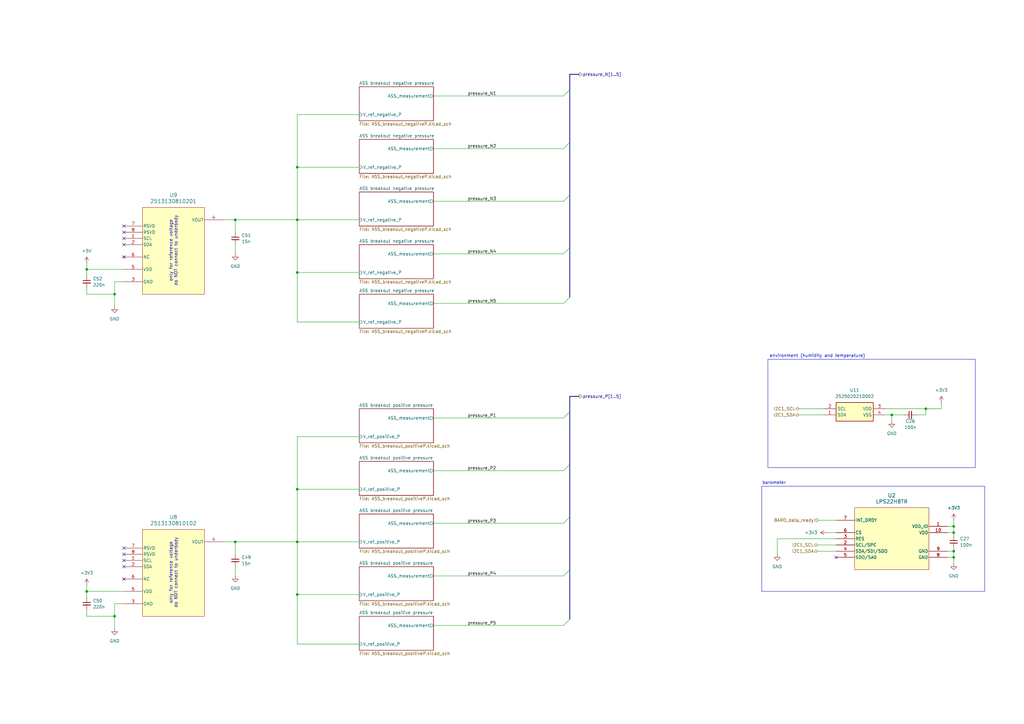
<source format=kicad_sch>
(kicad_sch (version 20231120) (generator "eeschema") (generator_version "8.0")
  (paper "A3")
  (lib_symbols
    (symbol "2513130810201:2513130810201" (pin_names (offset 0.254))
      (property "Reference" "U" (at 20.32 12.7 0))
      (property "Value" "2513130810201" (at 20.32 10.16 0))
      (symbol "2513130810201_0_1"
        (pin unspecified line (at 0 -5.08 0) (length 7.62) (name "SCL") (number "1"))
        (pin unspecified line (at 0 -7.62 0) (length 7.62) (name "SDA") (number "2"))
        (pin power_out line (at 0 -22.86 0) (length 7.62) (name "GND") (number "3"))
        (pin output line (at 40.64 2.54 180) (length 7.62) (name "VOUT") (number "4"))
        (pin power_in line (at 0 -17.78 0) (length 7.62) (name "VDD") (number "5"))
        (pin no_connect line (at 0 -12.7 0) (length 7.62) (name "NC") (number "6"))
        (pin unspecified line (at 0 0 0) (length 7.62) (name "RSVD") (number "7"))
        (pin unspecified line (at 0 -2.54 0) (length 7.62) (name "RSVD") (number "8"))
      )
      (symbol "2513130810201_1_1"
        (rectangle (start 7.62 7.62) (end 33.02 -27.94) (fill (type background)))
      )
    )
    (symbol "2525020210002:2525020210002"
      (property "Reference" "U" (at 21.59 7.62 0))
      (property "Value" "2525020210002" (at 21.59 5.08 0))
      (symbol "2525020210002_1_1"
        (rectangle (start 5.08 2.54) (end 20.32 -5.08) (stroke (width 0.254)) (fill (type background)))
        (pin passive line (at 0 0 0) (length 5.08) (name "SDA") (number "1"))
        (pin passive line (at 0 -2.54 0) (length 5.08) (name "SCL") (number "2"))
        (pin passive line (at 25.4 -2.54 180) (length 5.08) (name "VDD") (number "3"))
        (pin passive line (at 25.4 0 180) (length 5.08) (name "VSS") (number "4"))
      )
    )
    (symbol "Device:C_Small" (pin_numbers hide) (pin_names (offset 0.254) hide)
      (property "Reference" "C" (at 0.254 1.778 0))
      (property "Value" "C_Small" (at 0.254 -2.032 0))
      (symbol "C_Small_0_1"
        (polyline (pts (xy -1.524 -0.508) (xy 1.524 -0.508)) (stroke (width 0.3302)))
        (polyline (pts (xy -1.524 0.508) (xy 1.524 0.508)) (stroke (width 0.3048)))
      )
      (symbol "C_Small_1_1"
        (pin passive line (at 0 2.54 270) (length 2.032) (name "~") (number "1"))
        (pin passive line (at 0 -2.54 90) (length 2.032) (name "~") (number "2"))
      )
    )
    (symbol "LPS22HBTR:LPS22HBTR" (pin_names (offset 0.254))
      (property "Reference" "U" (at 22.86 10.16 0))
      (property "Value" "LPS22HBTR" (at 22.86 7.62 0))
      (symbol "LPS22HBTR_0_1"
        (pin power_in line (at 45.72 -2.54 180) (length 7.62) (name "VDD_IO") (number "1"))
        (pin power_in line (at 45.72 -5.08 180) (length 7.62) (name "VDD") (number "10"))
        (pin bidirectional line (at 0 -10.16 0) (length 7.62) (name "SCL/SPC") (number "2"))
        (pin unspecified line (at 0 -7.62 0) (length 7.62) (name "RES") (number "3"))
        (pin bidirectional line (at 0 -12.7 0) (length 7.62) (name "SDA/SDI/SDO") (number "4"))
        (pin bidirectional line (at 0 -15.24 0) (length 7.62) (name "SDO/SA0") (number "5"))
        (pin bidirectional line (at 0 -5.08 0) (length 7.62) (name "CS") (number "6"))
        (pin bidirectional line (at 0 0 0) (length 7.62) (name "INT_DRDY") (number "7"))
        (pin power_in line (at 45.72 -15.24 180) (length 7.62) (name "GND") (number "8"))
        (pin power_in line (at 45.72 -12.7 180) (length 7.62) (name "GND") (number "9"))
      )
      (symbol "LPS22HBTR_1_1"
        (rectangle (start 7.62 5.08) (end 38.1 -20.32) (fill (type background)))
      )
    )
    (symbol "power:+3V3" (power) (pin_numbers hide) (pin_names (offset 0) hide)
      (property "Value" "+3V3" (at 0 3.556 0))
      (symbol "+3V3_0_1"
        (polyline (pts (xy -0.762 1.27) (xy 0 2.54)))
        (polyline (pts (xy 0 0) (xy 0 2.54)))
        (polyline (pts (xy 0 2.54) (xy 0.762 1.27)))
      )
      (symbol "+3V3_1_1"
        (pin power_in line (at 0 0 90) (length 0) (name "~") (number "1"))
      )
    )
    (symbol "power:+5V" (power) (pin_numbers hide) (pin_names (offset 0) hide)
      (property "Value" "+5V" (at 0 3.556 0))
      (symbol "+5V_0_1"
        (polyline (pts (xy -0.762 1.27) (xy 0 2.54)))
        (polyline (pts (xy 0 0) (xy 0 2.54)))
        (polyline (pts (xy 0 2.54) (xy 0.762 1.27)))
      )
      (symbol "+5V_1_1"
        (pin power_in line (at 0 0 90) (length 0) (name "~") (number "1"))
      )
    )
    (symbol "power:GND" (power) (pin_numbers hide) (pin_names (offset 0) hide)
      (property "Value" "GND" (at 0 -3.81 0))
      (symbol "GND_0_1"
        (polyline (pts (xy 0 0) (xy 0 -1.27) (xy 1.27 -1.27) (xy 0 -2.54) (xy -1.27 -1.27) (xy 0 -1.27)))
      )
      (symbol "GND_1_1"
        (pin power_in line (at 0 0 270) (length 0) (name "~") (number "1"))
      )
    )
  )
  (junction (at 121.92 222.25))
  (junction (at 96.52 222.25))
  (junction (at 46.99 120.65))
  (junction (at 391.16 218.44))
  (junction (at 96.52 90.17))
  (junction (at 391.16 215.9))
  (junction (at 121.92 68.58))
  (junction (at 121.92 90.17))
  (junction (at 391.16 226.06))
  (junction (at 35.56 110.49))
  (junction (at 121.92 200.66))
  (junction (at 379.73 167.64))
  (junction (at 121.92 111.76))
  (junction (at 121.92 243.84))
  (junction (at 46.99 252.73))
  (junction (at 391.16 228.6))
  (junction (at 35.56 242.57))
  (junction (at 365.76 170.18))
  (no_connect (at 50.8 100.33))
  (no_connect (at 342.9 228.6))
  (no_connect (at 50.8 97.79))
  (no_connect (at 50.8 229.87))
  (no_connect (at 50.8 232.41))
  (no_connect (at 50.8 92.71))
  (no_connect (at 50.8 95.25))
  (no_connect (at 50.8 105.41))
  (no_connect (at 50.8 224.79))
  (no_connect (at 50.8 237.49))
  (no_connect (at 50.8 227.33))
  (bus_entry (at 231.14 82.55) (size 2.54 -2.54))
  (bus_entry (at 231.14 124.46) (size 2.54 -2.54))
  (bus_entry (at 231.14 39.37) (size 2.54 -2.54))
  (bus_entry (at 231.14 214.63) (size 2.54 -2.54))
  (bus_entry (at 231.14 60.96) (size 2.54 -2.54))
  (bus_entry (at 231.14 256.54) (size 2.54 -2.54))
  (bus_entry (at 231.14 171.45) (size 2.54 -2.54))
  (bus_entry (at 231.14 104.14) (size 2.54 -2.54))
  (bus_entry (at 231.14 236.22) (size 2.54 -2.54))
  (bus_entry (at 231.14 193.04) (size 2.54 -2.54))
  (wire (pts (xy 177.8 82.55) (xy 231.14 82.55)))
  (wire (pts (xy 365.76 170.18) (xy 365.76 172.72)))
  (wire (pts (xy 46.99 115.57) (xy 50.8 115.57)))
  (bus (pts (xy 233.68 36.83) (xy 233.68 30.48)))
  (wire (pts (xy 386.08 165.1) (xy 386.08 167.64)))
  (wire (pts (xy 96.52 222.25) (xy 96.52 227.33)))
  (wire (pts (xy 121.92 200.66) (xy 147.32 200.66)))
  (wire (pts (xy 391.16 231.14) (xy 391.16 228.6)))
  (bus (pts (xy 233.68 101.6) (xy 233.68 80.01)))
  (wire (pts (xy 96.52 232.41) (xy 96.52 236.22)))
  (wire (pts (xy 35.56 120.65) (xy 46.99 120.65)))
  (bus (pts (xy 233.68 190.5) (xy 233.68 168.91)))
  (wire (pts (xy 363.22 170.18) (xy 365.76 170.18)))
  (wire (pts (xy 335.28 223.52) (xy 342.9 223.52)))
  (bus (pts (xy 233.68 212.09) (xy 233.68 190.5)))
  (wire (pts (xy 391.16 218.44) (xy 391.16 219.71)))
  (wire (pts (xy 379.73 167.64) (xy 379.73 170.18)))
  (wire (pts (xy 177.8 256.54) (xy 231.14 256.54)))
  (wire (pts (xy 91.44 222.25) (xy 96.52 222.25)))
  (wire (pts (xy 177.8 193.04) (xy 231.14 193.04)))
  (wire (pts (xy 147.32 264.16) (xy 121.92 264.16)))
  (bus (pts (xy 233.68 80.01) (xy 233.68 58.42)))
  (bus (pts (xy 233.68 30.48) (xy 237.49 30.48)))
  (wire (pts (xy 335.28 213.36) (xy 342.9 213.36)))
  (wire (pts (xy 35.56 107.95) (xy 35.56 110.49)))
  (wire (pts (xy 121.92 222.25) (xy 147.32 222.25)))
  (wire (pts (xy 96.52 90.17) (xy 96.52 95.25)))
  (bus (pts (xy 233.68 58.42) (xy 233.68 36.83)))
  (wire (pts (xy 121.92 90.17) (xy 147.32 90.17)))
  (wire (pts (xy 388.62 228.6) (xy 391.16 228.6)))
  (wire (pts (xy 177.8 214.63) (xy 231.14 214.63)))
  (wire (pts (xy 391.16 224.79) (xy 391.16 226.06)))
  (wire (pts (xy 121.92 222.25) (xy 121.92 243.84)))
  (wire (pts (xy 35.56 118.11) (xy 35.56 120.65)))
  (wire (pts (xy 46.99 257.81) (xy 46.99 252.73)))
  (wire (pts (xy 375.92 170.18) (xy 379.73 170.18)))
  (wire (pts (xy 327.66 167.64) (xy 337.82 167.64)))
  (wire (pts (xy 177.8 104.14) (xy 231.14 104.14)))
  (wire (pts (xy 121.92 90.17) (xy 121.92 111.76)))
  (wire (pts (xy 35.56 110.49) (xy 50.8 110.49)))
  (bus (pts (xy 233.68 162.56) (xy 237.49 162.56)))
  (bus (pts (xy 233.68 121.92) (xy 233.68 101.6)))
  (wire (pts (xy 121.92 132.08) (xy 121.92 111.76)))
  (wire (pts (xy 46.99 125.73) (xy 46.99 120.65)))
  (wire (pts (xy 391.16 213.36) (xy 391.16 215.9)))
  (wire (pts (xy 177.8 60.96) (xy 231.14 60.96)))
  (wire (pts (xy 391.16 228.6) (xy 391.16 226.06)))
  (wire (pts (xy 96.52 222.25) (xy 121.92 222.25)))
  (wire (pts (xy 391.16 226.06) (xy 388.62 226.06)))
  (wire (pts (xy 335.28 226.06) (xy 342.9 226.06)))
  (wire (pts (xy 121.92 68.58) (xy 121.92 46.99)))
  (wire (pts (xy 121.92 179.07) (xy 147.32 179.07)))
  (bus (pts (xy 233.68 168.91) (xy 233.68 162.56)))
  (wire (pts (xy 121.92 200.66) (xy 121.92 179.07)))
  (bus (pts (xy 233.68 233.68) (xy 233.68 212.09)))
  (wire (pts (xy 121.92 68.58) (xy 147.32 68.58)))
  (wire (pts (xy 391.16 215.9) (xy 391.16 218.44)))
  (wire (pts (xy 177.8 124.46) (xy 231.14 124.46)))
  (wire (pts (xy 318.77 227.33) (xy 318.77 220.98)))
  (wire (pts (xy 327.66 170.18) (xy 337.82 170.18)))
  (wire (pts (xy 121.92 46.99) (xy 147.32 46.99)))
  (wire (pts (xy 35.56 250.19) (xy 35.56 252.73)))
  (wire (pts (xy 35.56 110.49) (xy 35.56 113.03)))
  (wire (pts (xy 177.8 236.22) (xy 231.14 236.22)))
  (wire (pts (xy 96.52 100.33) (xy 96.52 104.14)))
  (wire (pts (xy 379.73 167.64) (xy 386.08 167.64)))
  (wire (pts (xy 391.16 218.44) (xy 388.62 218.44)))
  (wire (pts (xy 46.99 120.65) (xy 46.99 115.57)))
  (wire (pts (xy 35.56 240.03) (xy 35.56 242.57)))
  (wire (pts (xy 177.8 39.37) (xy 231.14 39.37)))
  (wire (pts (xy 121.92 90.17) (xy 121.92 68.58)))
  (wire (pts (xy 46.99 247.65) (xy 50.8 247.65)))
  (wire (pts (xy 363.22 167.64) (xy 379.73 167.64)))
  (wire (pts (xy 91.44 90.17) (xy 96.52 90.17)))
  (wire (pts (xy 339.09 218.44) (xy 342.9 218.44)))
  (wire (pts (xy 318.77 220.98) (xy 342.9 220.98)))
  (wire (pts (xy 121.92 222.25) (xy 121.92 200.66)))
  (wire (pts (xy 121.92 264.16) (xy 121.92 243.84)))
  (wire (pts (xy 121.92 243.84) (xy 147.32 243.84)))
  (bus (pts (xy 233.68 254) (xy 233.68 233.68)))
  (wire (pts (xy 46.99 252.73) (xy 46.99 247.65)))
  (wire (pts (xy 96.52 90.17) (xy 121.92 90.17)))
  (wire (pts (xy 35.56 242.57) (xy 35.56 245.11)))
  (wire (pts (xy 388.62 215.9) (xy 391.16 215.9)))
  (wire (pts (xy 365.76 170.18) (xy 370.84 170.18)))
  (wire (pts (xy 177.8 171.45) (xy 231.14 171.45)))
  (wire (pts (xy 35.56 252.73) (xy 46.99 252.73)))
  (wire (pts (xy 147.32 132.08) (xy 121.92 132.08)))
  (wire (pts (xy 35.56 242.57) (xy 50.8 242.57)))
  (wire (pts (xy 121.92 111.76) (xy 147.32 111.76)))
  (rectangle (start 314.96 147.32) (end 400.05 191.77))
  (rectangle (start 312.42 199.39) (end 403.86 242.57))
  (text "environment (humidity and temperature)" (at 335.28 146.05 0) (effects (font (size 1.27 1.27))))
  (text "only for reference voltage\ndo NOT connect to underbody" (at 71.12 102.87 90) (effects (font (size 1.27 1.27))))
  (text "only for reference voltage\ndo NOT connect to underbody" (at 71.12 234.95 90) (effects (font (size 1.27 1.27))))
  (text "barometer" (at 317.5 198.12 0) (effects (font (size 1.27 1.27))))
  (label "pressure_N1" (at 191.77 39.37 0))
  (label "pressure_N3" (at 191.77 82.55 0))
  (label "pressure_N5" (at 191.77 124.46 0))
  (label "pressure_P5" (at 191.77 256.54 0))
  (label "pressure_N2" (at 191.77 60.96 0))
  (label "pressure_P3" (at 191.77 214.63 0))
  (label "pressure_P4" (at 191.77 236.22 0))
  (label "pressure_N4" (at 191.77 104.14 0))
  (label "pressure_P1" (at 191.77 171.45 0))
  (label "pressure_P2" (at 191.77 193.04 0))
  (hierarchical_label "I2C1_SDA" (shape bidirectional) (at 335.28 226.06 180))
  (hierarchical_label "pressure_P[1..5]" (shape output) (at 237.49 162.56 0))
  (hierarchical_label "I2C1_SCL" (shape bidirectional) (at 327.66 167.64 180))
  (hierarchical_label "pressure_N[1..5]" (shape output) (at 237.49 30.48 0))
  (hierarchical_label "I2C1_SDA" (shape bidirectional) (at 327.66 170.18 180))
  (hierarchical_label "I2C1_SCL" (shape bidirectional) (at 335.28 223.52 180))
  (hierarchical_label "BARO_data_ready" (shape output) (at 335.28 213.36 180))
  (symbol (lib_id "2513130810201:2513130810201") (at 50.8 92.71 0) (unit 1)
    (property "Reference" "U9" (at 71.12 80.01 0) (effects (font (size 1.524 1.524))))
    (property "Value" "2513130810201" (at 71.12 82.55 0) (effects (font (size 1.524 1.524))))
    (property "Footprint" "SMT_0810201_WRE" (effects (hide yes)))
    (property "Datasheet" "https://www.we-online.com/components/products/datasheet/2513130810201.pdf" (effects (hide yes)))
  )
  (symbol (lib_id "power:+3V3") (at 339.09 218.44 90) (unit 1)
    (property "Reference" "#PWR079" (effects (hide yes)))
    (property "Value" "+3V3" (at 335.28 218.4399 90) (effects (justify left)))
    (property "Description" "Power symbol creates a global label with name \"+3V3\"" (effects (hide yes)))
  )
  (symbol (lib_id "power:+5V") (at 35.56 107.95 0) (unit 1)
    (property "Reference" "#PWR065" (effects (hide yes)))
    (property "Value" "+5V" (at 35.56 102.87 0))
    (property "Description" "Power symbol creates a global label with name \"+5V\"" (effects (hide yes)))
  )
  (symbol (lib_id "Device:C_Small") (at 96.52 97.79 0) (unit 1)
    (property "Reference" "C51" (at 99.06 96.5262 0) (effects (justify left)))
    (property "Value" "15n" (at 99.06 99.0662 0) (effects (justify left)))
    (property "Description" "Unpolarized capacitor, small symbol" (effects (hide yes)))
  )
  (symbol (lib_id "power:GND") (at 365.76 172.72 0) (unit 1)
    (property "Reference" "#PWR072" (effects (hide yes)))
    (property "Value" "GND" (at 365.76 177.8 0))
    (property "Description" "Power symbol creates a global label with name \"GND\" , ground" (effects (hide yes)))
  )
  (symbol (lib_id "power:GND") (at 391.16 231.14 0) (unit 1)
    (property "Reference" "#PWR051" (effects (hide yes)))
    (property "Value" "GND" (at 391.16 236.22 0))
    (property "Description" "Power symbol creates a global label with name \"GND\" , ground" (effects (hide yes)))
  )
  (symbol (lib_id "Device:C_Small") (at 391.16 222.25 0) (unit 1)
    (property "Reference" "C27" (at 393.7 220.9862 0) (effects (justify left)))
    (property "Value" "100n" (at 393.7 223.5262 0) (effects (justify left)))
    (property "Footprint" "Capacitor_SMD:C_0603_1608Metric" (effects (hide yes)))
    (property "Description" "Unpolarized capacitor, small symbol" (effects (hide yes)))
  )
  (symbol (lib_id "LPS22HBTR:LPS22HBTR") (at 342.9 213.36 0) (unit 1)
    (property "Reference" "U2" (at 365.76 203.2 0) (effects (font (size 1.524 1.524))))
    (property "Value" "LPS22HBTR" (at 365.76 205.74 0) (effects (font (size 1.524 1.524))))
    (property "Footprint" "LPS22HBTR:HLGA10_2X2_STM" (effects (hide yes)))
    (property "Datasheet" "https://www.mouser.de/datasheet/2/389/lps22hb-1849683.pdf" (effects (hide yes)))
  )
  (symbol (lib_id "power:+3V3") (at 391.16 213.36 0) (unit 1)
    (property "Reference" "#PWR053" (effects (hide yes)))
    (property "Value" "+3V3" (at 391.16 208.28 0))
    (property "Description" "Power symbol creates a global label with name \"+3V3\"" (effects (hide yes)))
  )
  (symbol (lib_id "2525020210002:2525020210002") (at 337.82 170.18 0) (mirror x) (unit 1)
    (property "Reference" "U11" (at 350.52 160.02 0))
    (property "Value" "2525020210002" (at 350.52 162.56 0))
    (property "Footprint" "2525020210002:2525020210002" (effects (hide yes)))
    (property "Datasheet" "https://www.we-online.com/components/products/datasheet/2525020210002_valid_from_2023-10-25.pdf" (effects (hide yes)))
    (property "Description" "Board Mount Humidity Sensors WSEN-HIDS Humidity sensor 3% Accuracy 0 to 100% RH" (effects (hide yes)))
    (property "Height" "0.59" (effects (hide yes)))
    (property "Mouser Part Number" "710-2525020210002" (effects (hide yes)))
    (property "Mouser Price/Stock" "https://www.mouser.co.uk/ProductDetail/Wurth-Elektronik/2525020210002?qs=HoCaDK9Nz5fMHXWEMIcK9w%3D%3D" (effects (hide yes)))
    (property "Manufacturer_Name" "Wurth Elektronik" (effects (hide yes)))
    (property "Manufacturer_Part_Number" "2525020210002" (effects (hide yes)))
  )
  (symbol (lib_id "2513130810201:2513130810201") (at 50.8 224.79 0) (unit 1)
    (property "Reference" "U8" (at 71.12 212.09 0) (effects (font (size 1.524 1.524))))
    (property "Value" "2513130810102" (at 71.12 214.63 0) (effects (font (size 1.524 1.524))))
    (property "Footprint" "SMT_0810201_WRE" (effects (hide yes)))
    (property "Datasheet" "https://www.we-online.com/components/products/datasheet/2513130810102.pdf" (effects (hide yes)))
  )
  (symbol (lib_id "Device:C_Small") (at 373.38 170.18 90) (unit 1)
    (property "Reference" "C26" (at 373.3863 172.72 90))
    (property "Value" "100n" (at 373.3863 175.26 90))
    (property "Footprint" "Capacitor_SMD:C_0603_1608Metric" (effects (hide yes)))
    (property "Description" "Unpolarized capacitor, small symbol" (effects (hide yes)))
  )
  (symbol (lib_id "power:GND") (at 46.99 257.81 0) (unit 1)
    (property "Reference" "#PWR067" (effects (hide yes)))
    (property "Value" "GND" (at 46.99 262.89 0))
    (property "Description" "Power symbol creates a global label with name \"GND\" , ground" (effects (hide yes)))
  )
  (symbol (lib_id "Device:C_Small") (at 35.56 115.57 0) (unit 1)
    (property "Reference" "C52" (at 38.1 114.3062 0) (effects (justify left)))
    (property "Value" "220n" (at 38.1 116.8462 0) (effects (justify left)))
    (property "Description" "Unpolarized capacitor, small symbol" (effects (hide yes)))
  )
  (symbol (lib_id "power:GND") (at 318.77 227.33 0) (unit 1)
    (property "Reference" "#PWR052" (effects (hide yes)))
    (property "Value" "GND" (at 318.77 232.41 0))
    (property "Description" "Power symbol creates a global label with name \"GND\" , ground" (effects (hide yes)))
  )
  (symbol (lib_id "power:+3V3") (at 386.08 165.1 0) (unit 1)
    (property "Reference" "#PWR073" (effects (hide yes)))
    (property "Value" "+3V3" (at 386.08 160.02 0))
    (property "Description" "Power symbol creates a global label with name \"+3V3\"" (effects (hide yes)))
  )
  (symbol (lib_id "power:+3V3") (at 35.56 240.03 0) (unit 1)
    (property "Reference" "#PWR064" (effects (hide yes)))
    (property "Value" "+3V3" (at 35.56 234.95 0))
    (property "Description" "Power symbol creates a global label with name \"+3V3\"" (effects (hide yes)))
  )
  (symbol (lib_id "power:GND") (at 96.52 236.22 0) (unit 1)
    (property "Reference" "#PWR061" (effects (hide yes)))
    (property "Value" "GND" (at 96.52 241.3 0))
    (property "Description" "Power symbol creates a global label with name \"GND\" , ground" (effects (hide yes)))
  )
  (symbol (lib_id "Device:C_Small") (at 35.56 247.65 0) (unit 1)
    (property "Reference" "C50" (at 38.1 246.3862 0) (effects (justify left)))
    (property "Value" "220n" (at 38.1 248.9262 0) (effects (justify left)))
    (property "Description" "Unpolarized capacitor, small symbol" (effects (hide yes)))
  )
  (symbol (lib_id "Device:C_Small") (at 96.52 229.87 0) (unit 1)
    (property "Reference" "C49" (at 99.06 228.6062 0) (effects (justify left)))
    (property "Value" "15n" (at 99.06 231.1462 0) (effects (justify left)))
    (property "Description" "Unpolarized capacitor, small symbol" (effects (hide yes)))
  )
  (symbol (lib_id "power:GND") (at 46.99 125.73 0) (unit 1)
    (property "Reference" "#PWR0149" (effects (hide yes)))
    (property "Value" "GND" (at 46.99 130.81 0))
    (property "Description" "Power symbol creates a global label with name \"GND\" , ground" (effects (hide yes)))
  )
  (symbol (lib_id "power:GND") (at 96.52 104.14 0) (unit 1)
    (property "Reference" "#PWR066" (effects (hide yes)))
    (property "Value" "GND" (at 96.52 109.22 0))
    (property "Description" "Power symbol creates a global label with name \"GND\" , ground" (effects (hide yes)))
  )
  (sheet (at 147.32 120.65) (size 30.48 13.97) (stroke (width 0.1524))
    (property "Sheetname" "ASS breakout negative pressure" (at 147.32 119.9384 0) (effects (justify left bottom)))
    (property "Sheetfile" "ASS_breakout_negativeP.kicad_sch" (at 147.32 135.2046 0) (effects (justify left top)))
    (pin "V_ref_negative_P" input (at 147.32 132.08 180))
    (pin "ASS_measurement" output (at 177.8 124.46 0))
  )
  (sheet (at 147.32 167.64) (size 30.48 13.97) (stroke (width 0.1524))
    (property "Sheetname" "ASS breakout positive pressure" (at 147.32 166.9284 0) (effects (justify left bottom)))
    (property "Sheetfile" "ASS_breakout_positiveP.kicad_sch" (at 147.32 182.1946 0) (effects (justify left top)))
    (pin "ASS_measurement" output (at 177.8 171.45 0))
    (pin "V_ref_positive_P" input (at 147.32 179.07 180))
  )
  (sheet (at 147.32 232.41) (size 30.48 13.97) (stroke (width 0.1524))
    (property "Sheetname" "ASS breakout positive pressure" (at 147.32 231.6984 0) (effects (justify left bottom)))
    (property "Sheetfile" "ASS_breakout_positiveP.kicad_sch" (at 147.32 246.9646 0) (effects (justify left top)))
    (pin "ASS_measurement" output (at 177.8 236.22 0))
    (pin "V_ref_positive_P" input (at 147.32 243.84 180))
  )
  (sheet (at 147.32 252.73) (size 30.48 13.97) (stroke (width 0.1524))
    (property "Sheetname" "ASS breakout positive pressure" (at 147.32 252.0184 0) (effects (justify left bottom)))
    (property "Sheetfile" "ASS_breakout_positiveP.kicad_sch" (at 147.32 267.2846 0) (effects (justify left top)))
    (pin "ASS_measurement" output (at 177.8 256.54 0))
    (pin "V_ref_positive_P" input (at 147.32 264.16 180))
  )
  (sheet (at 147.32 210.82) (size 30.48 13.97) (stroke (width 0.1524))
    (property "Sheetname" "ASS breakout positive pressure" (at 147.32 210.1084 0) (effects (justify left bottom)))
    (property "Sheetfile" "ASS_breakout_positiveP.kicad_sch" (at 147.32 225.3746 0) (effects (justify left top)))
    (pin "ASS_measurement" output (at 177.8 214.63 0))
    (pin "V_ref_positive_P" input (at 147.32 222.25 180))
  )
  (sheet (at 147.32 100.33) (size 30.48 13.97) (stroke (width 0.1524))
    (property "Sheetname" "ASS breakout negative pressure" (at 147.32 99.6184 0) (effects (justify left bottom)))
    (property "Sheetfile" "ASS_breakout_negativeP.kicad_sch" (at 147.32 114.8846 0) (effects (justify left top)))
    (pin "V_ref_negative_P" input (at 147.32 111.76 180))
    (pin "ASS_measurement" output (at 177.8 104.14 0))
  )
  (sheet (at 147.32 35.56) (size 30.48 13.97) (stroke (width 0.1524))
    (property "Sheetname" "ASS breakout negative pressure" (at 147.32 34.8484 0) (effects (justify left bottom)))
    (property "Sheetfile" "ASS_breakout_negativeP.kicad_sch" (at 147.32 50.1146 0) (effects (justify left top)))
    (pin "V_ref_negative_P" input (at 147.32 46.99 180))
    (pin "ASS_measurement" output (at 177.8 39.37 0))
  )
  (sheet (at 147.32 78.74) (size 30.48 13.97) (stroke (width 0.1524))
    (property "Sheetname" "ASS breakout negative pressure" (at 147.32 78.0284 0) (effects (justify left bottom)))
    (property "Sheetfile" "ASS_breakout_negativeP.kicad_sch" (at 147.32 93.2946 0) (effects (justify left top)))
    (pin "V_ref_negative_P" input (at 147.32 90.17 180))
    (pin "ASS_measurement" output (at 177.8 82.55 0))
  )
  (sheet (at 147.32 57.15) (size 30.48 13.97) (stroke (width 0.1524))
    (property "Sheetname" "ASS breakout negative pressure" (at 147.32 56.4384 0) (effects (justify left bottom)))
    (property "Sheetfile" "ASS_breakout_negativeP.kicad_sch" (at 147.32 71.7046 0) (effects (justify left top)))
    (pin "V_ref_negative_P" input (at 147.32 68.58 180))
    (pin "ASS_measurement" output (at 177.8 60.96 0))
  )
  (sheet (at 147.32 189.23) (size 30.48 13.97) (stroke (width 0.1524))
    (property "Sheetname" "ASS breakout positive pressure" (at 147.32 188.5184 0) (effects (justify left bottom)))
    (property "Sheetfile" "ASS_breakout_positiveP.kicad_sch" (at 147.32 203.7846 0) (effects (justify left top)))
    (pin "ASS_measurement" output (at 177.8 193.04 0))
    (pin "V_ref_positive_P" input (at 147.32 200.66 180))
  )
)
</source>
